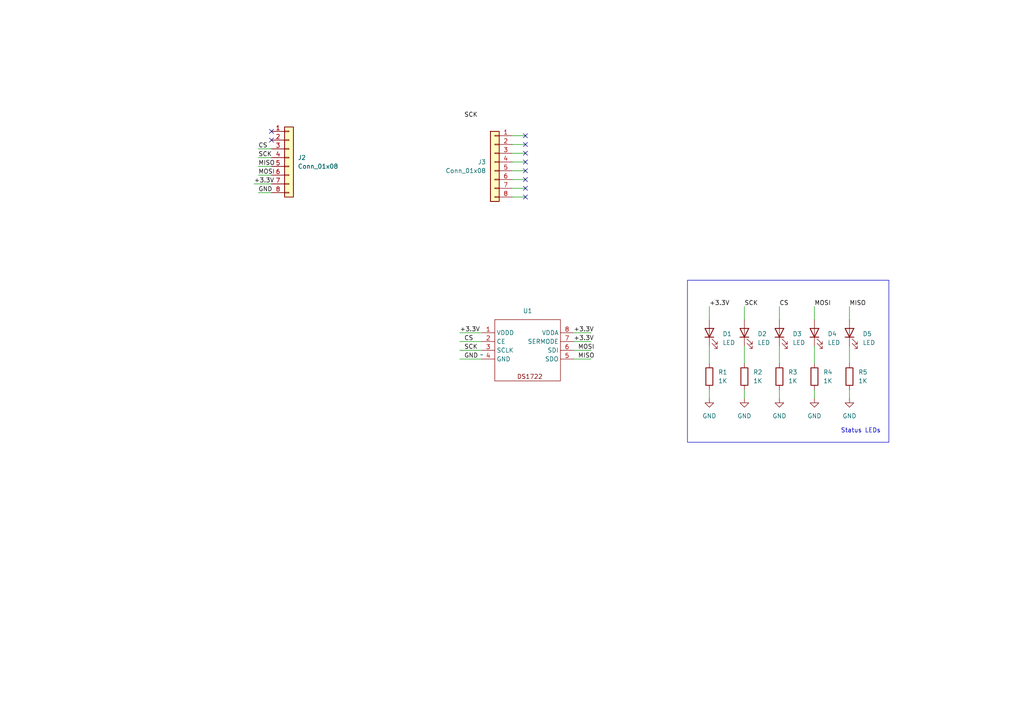
<source format=kicad_sch>
(kicad_sch (version 20230121) (generator eeschema)
  (paper "A4")
  (title_block (title "E155 PCB") (date "2024-10-01") (comment 1 "Author: Audrey Vo"))
  (lib_symbols
    (symbol "Connector:Conn_01x08_Pin" (pin_names (offset 1.016) hide)
      (property "Reference" "J" (at 10.16 20.32 0))
      (property "Value" "Conn_01x08_Pin" (at 20.32 -1.27 0))
    )
    (symbol "Connector_Generic:Conn_01x08" (pin_names (offset 1.016) hide)
      (property "Reference" "J" (at 0 10.16 0))
      (property "Value" "Conn_01x08" (at 0 -12.7 0))
      (symbol "Conn_01x08_1_1"
        (rectangle (start -1.27 -10.033) (end 0 -10.287) (stroke (width 0.1524)))
        (rectangle (start -1.27 -7.493) (end 0 -7.747) (stroke (width 0.1524)))
        (rectangle (start -1.27 -4.953) (end 0 -5.207) (stroke (width 0.1524)))
        (rectangle (start -1.27 -2.413) (end 0 -2.667) (stroke (width 0.1524)))
        (rectangle (start -1.27 0.127) (end 0 -0.127) (stroke (width 0.1524)))
        (rectangle (start -1.27 2.667) (end 0 2.413) (stroke (width 0.1524)))
        (rectangle (start -1.27 5.207) (end 0 4.953) (stroke (width 0.1524)))
        (rectangle (start -1.27 7.747) (end 0 7.493) (stroke (width 0.1524)))
        (rectangle (start -1.27 8.89) (end 1.27 -11.43) (stroke (width 0.254)) (fill (type background)))
        (pin passive line (at -5.08 7.62 0) (length 3.81) (name "Pin_1") (number "1"))
        (pin passive line (at -5.08 5.08 0) (length 3.81) (name "Pin_2") (number "2"))
        (pin passive line (at -5.08 2.54 0) (length 3.81) (name "Pin_3") (number "3"))
        (pin passive line (at -5.08 0 0) (length 3.81) (name "Pin_4") (number "4"))
        (pin passive line (at -5.08 -2.54 0) (length 3.81) (name "Pin_5") (number "5"))
        (pin passive line (at -5.08 -5.08 0) (length 3.81) (name "Pin_6") (number "6"))
        (pin passive line (at -5.08 -7.62 0) (length 3.81) (name "Pin_7") (number "7"))
        (pin passive line (at -5.08 -10.16 0) (length 3.81) (name "Pin_8") (number "8"))
      )
    )
    (symbol "Device:LED" (pin_numbers hide) (pin_names (offset 1.016) hide)
      (property "Reference" "D" (at 0 2.54 0))
      (property "Value" "LED" (at 0 -2.54 0))
      (symbol "LED_0_1"
        (polyline (pts (xy -1.27 -1.27) (xy -1.27 1.27)) (stroke (width 0.254)))
        (polyline (pts (xy -1.27 0) (xy 1.27 0)))
        (polyline (pts (xy 1.27 -1.27) (xy 1.27 1.27) (xy -1.27 0) (xy 1.27 -1.27)) (stroke (width 0.254)))
        (polyline (pts (xy -3.048 -0.762) (xy -4.572 -2.286) (xy -3.81 -2.286) (xy -4.572 -2.286) (xy -4.572 -1.524)))
        (polyline (pts (xy -1.778 -0.762) (xy -3.302 -2.286) (xy -2.54 -2.286) (xy -3.302 -2.286) (xy -3.302 -1.524)))
      )
      (symbol "LED_1_1"
        (pin passive line (at -3.81 0 0) (length 2.54) (name "K") (number "1"))
        (pin passive line (at 3.81 0 180) (length 2.54) (name "A") (number "2"))
      )
    )
    (symbol "Device:R" (pin_numbers hide) (pin_names (offset 0))
      (property "Reference" "R" (at 2.032 0 90))
      (property "Value" "R" (at 0 0 90))
      (symbol "R_0_1"
        (rectangle (start -1.016 -2.54) (end 1.016 2.54) (stroke (width 0.254)))
      )
      (symbol "R_1_1"
        (pin passive line (at 0 3.81 270) (length 1.27) (name "~") (number "1"))
        (pin passive line (at 0 -3.81 90) (length 1.27) (name "~") (number "2"))
      )
    )
    (symbol "firstpcb:DS1722"
      (property "Reference" "U1" (at 12.7 13.97 0))
      (symbol "DS1722_0_1"
        (rectangle (start 3.81 10.16) (end 22.86 -7.62))
      )
      (symbol "DS1722_1_1"
        (text "DS1722" (at 13.97 -6.35 0) (effects (font (size 1.27 1.27))))
        (pin passive line (at 0 6.35 0) (length 3.81) (name "VDDD") (number "1"))
        (pin passive line (at 0 3.81 0) (length 3.81) (name "CE") (number "2"))
        (pin passive line (at 0 1.27 0) (length 3.81) (name "SCLK") (number "3"))
        (pin passive line (at 0 -1.27 0) (length 3.81) (name "GND") (number "4"))
        (pin passive line (at 26.67 -1.27 180) (length 3.81) (name "SDO") (number "5"))
        (pin passive line (at 26.67 1.27 180) (length 3.81) (name "SDI") (number "6"))
        (pin passive line (at 26.67 3.81 180) (length 3.81) (name "SERMODE") (number "7"))
        (pin passive line (at 26.67 6.35 180) (length 3.81) (name "VDDA") (number "8"))
      )
    )
    (symbol "power:GND" (power) (pin_names (offset 0))
      (property "Value" "GND" (at 0 -3.81 0))
      (symbol "GND_0_1"
        (polyline (pts (xy 0 0) (xy 0 -1.27) (xy 1.27 -1.27) (xy 0 -2.54) (xy -1.27 -1.27) (xy 0 -1.27)))
      )
      (symbol "GND_1_1"
        (pin power_in line (at 0 0 270) (length 0) hide (name "GND") (number "1"))
      )
    )
  )
  (no_connect (at 78.74 38.1))
  (no_connect (at 152.4 52.07))
  (no_connect (at 152.4 49.53))
  (no_connect (at 152.4 39.37))
  (no_connect (at 152.4 54.61))
  (no_connect (at 152.4 44.45))
  (no_connect (at 78.74 40.64))
  (no_connect (at 152.4 41.91))
  (no_connect (at 152.4 46.99))
  (no_connect (at 152.4 57.15))
  (wire (pts (xy 215.9 113.03) (xy 215.9 115.57)))
  (wire (pts (xy 148.59 41.91) (xy 152.4 41.91)))
  (wire (pts (xy 148.59 39.37) (xy 152.4 39.37)))
  (wire (pts (xy 236.22 88.9) (xy 236.22 92.71)))
  (wire (pts (xy 73.66 53.34) (xy 78.74 53.34)))
  (wire (pts (xy 246.38 100.33) (xy 246.38 105.41)))
  (wire (pts (xy 148.59 52.07) (xy 152.4 52.07)))
  (wire (pts (xy 205.74 100.33) (xy 205.74 105.41)))
  (wire (pts (xy 148.59 49.53) (xy 152.4 49.53)))
  (wire (pts (xy 148.59 54.61) (xy 152.4 54.61)))
  (wire (pts (xy 133.35 104.14) (xy 139.7 104.14)))
  (wire (pts (xy 226.06 113.03) (xy 226.06 115.57)))
  (wire (pts (xy 133.35 101.6) (xy 139.7 101.6)))
  (wire (pts (xy 215.9 88.9) (xy 215.9 92.71)))
  (wire (pts (xy 133.35 96.52) (xy 139.7 96.52)))
  (wire (pts (xy 166.37 96.52) (xy 171.45 96.52)))
  (wire (pts (xy 74.93 45.72) (xy 78.74 45.72)))
  (wire (pts (xy 226.06 100.33) (xy 226.06 105.41)))
  (wire (pts (xy 205.74 88.9) (xy 205.74 92.71)))
  (wire (pts (xy 148.59 44.45) (xy 152.4 44.45)))
  (wire (pts (xy 148.59 57.15) (xy 152.4 57.15)))
  (wire (pts (xy 133.35 99.06) (xy 139.7 99.06)))
  (wire (pts (xy 205.74 113.03) (xy 205.74 115.57)))
  (wire (pts (xy 74.93 43.18) (xy 78.74 43.18)))
  (wire (pts (xy 246.38 88.9) (xy 246.38 92.71)))
  (wire (pts (xy 148.59 46.99) (xy 152.4 46.99)))
  (wire (pts (xy 236.22 100.33) (xy 236.22 105.41)))
  (wire (pts (xy 74.93 50.8) (xy 78.74 50.8)))
  (wire (pts (xy 166.37 99.06) (xy 171.45 99.06)))
  (wire (pts (xy 246.38 113.03) (xy 246.38 115.57)))
  (wire (pts (xy 74.93 55.88) (xy 78.74 55.88)))
  (wire (pts (xy 166.37 101.6) (xy 171.45 101.6)))
  (wire (pts (xy 236.22 113.03) (xy 236.22 115.57)))
  (wire (pts (xy 226.06 88.9) (xy 226.06 92.71)))
  (wire (pts (xy 74.93 48.26) (xy 78.74 48.26)))
  (wire (pts (xy 166.37 104.14) (xy 171.45 104.14)))
  (wire (pts (xy 215.9 100.33) (xy 215.9 105.41)))
  (rectangle (start 199.39 81.28) (end 257.81 128.27))
  (text "Status LEDs" (at 243.84 125.73 0) (effects (font (size 1.27 1.27)) (justify left bottom)))
  (label "+3.3V" (at 73.66 53.34 0))
  (label "SCK" (at 134.62 34.29 0))
  (label "CS" (at 226.06 88.9 0))
  (label "+3.3V" (at 133.35 96.52 0))
  (label "MISO" (at 167.64 104.14 0))
  (label "+3.3V" (at 166.37 99.06 0))
  (label "MISO" (at 246.38 88.9 0))
  (label "MOSI" (at 236.22 88.9 0))
  (label "MOSI" (at 74.93 50.8 0))
  (label "+3.3V" (at 166.37 96.52 0))
  (label "CS" (at 134.62 99.06 0))
  (label "CS" (at 74.93 43.18 0))
  (label "GND" (at 134.62 104.14 0))
  (label "SCK" (at 74.93 45.72 0))
  (label "MOSI" (at 167.64 101.6 0))
  (label "SCK" (at 134.62 101.6 0))
  (label "+3.3V" (at 205.74 88.9 0))
  (label "SCK" (at 215.9 88.9 0))
  (label "MISO" (at 74.93 48.26 0))
  (label "GND" (at 74.93 55.88 0))
  (symbol (lib_id "Connector_Generic:Conn_01x08") (at 83.82 45.72 0) (unit 1)
    (property "Reference" "J2" (at 86.36 45.72 0) (effects (justify left)))
    (property "Value" "Conn_01x08" (at 86.36 48.26 0) (effects (justify left)))
    (property "Footprint" "Connector_PinHeader_2.54mm:PinHeader_1x08_P2.54mm_Vertical" (effects hide))
  )
  (symbol (lib_id "Connector:Conn_01x08_Pin") (at 91.44 44.45 0) (unit 1)
    (property "Reference" "J1" (effects hide))
    (property "Value" "Conn_01x08_Pin" (effects hide))
  )
  (symbol (lib_id "Device:LED") (at 205.74 96.52 90) (unit 1)
    (property "Reference" "D1" (at 209.55 96.8375 90) (effects (justify right)))
    (property "Value" "LED" (at 209.55 99.3775 90) (effects (justify right)))
    (property "Footprint" "LED_SMD:LED_0805_2012Metric" (effects hide))
  )
  (symbol (lib_id "Device:LED") (at 236.22 96.52 90) (unit 1)
    (property "Reference" "D4" (at 240.03 96.8375 90) (effects (justify right)))
    (property "Value" "LED" (at 240.03 99.3775 90) (effects (justify right)))
    (property "Footprint" "LED_SMD:LED_0805_2012Metric" (effects hide))
  )
  (symbol (lib_id "Device:LED") (at 226.06 96.52 90) (unit 1)
    (property "Reference" "D3" (at 229.87 96.8375 90) (effects (justify right)))
    (property "Value" "LED" (at 229.87 99.3775 90) (effects (justify right)))
    (property "Footprint" "LED_SMD:LED_0805_2012Metric" (effects hide))
  )
  (symbol (lib_id "Device:LED") (at 246.38 96.52 90) (unit 1)
    (property "Reference" "D5" (at 250.19 96.8375 90) (effects (justify right)))
    (property "Value" "LED" (at 250.19 99.3775 90) (effects (justify right)))
    (property "Footprint" "LED_SMD:LED_0805_2012Metric" (effects hide))
  )
  (symbol (lib_id "power:GND") (at 226.06 115.57 0) (unit 1)
    (property "Reference" "#PWR03" (effects hide))
    (property "Value" "GND" (at 226.06 120.65 0))
  )
  (symbol (lib_id "power:GND") (at 236.22 115.57 0) (unit 1)
    (property "Reference" "#PWR04" (effects hide))
    (property "Value" "GND" (at 236.22 120.65 0))
  )
  (symbol (lib_id "firstpcb:DS1722") (at 139.7 102.87 0) (unit 1)
    (property "Reference" "U1" (at 153.035 90.17 0))
    (property "Value" "~" (at 139.7 102.87 0))
    (property "Footprint" "Package_SO:SOIC-8_3.9x4.9mm_P1.27mm" (effects hide))
  )
  (symbol (lib_id "Device:R") (at 226.06 109.22 0) (unit 1)
    (property "Reference" "R3" (at 228.6 107.95 0) (effects (justify left)))
    (property "Value" "1K" (at 228.6 110.49 0) (effects (justify left)))
    (property "Footprint" "Resistor_SMD:R_0805_2012Metric" (effects hide))
  )
  (symbol (lib_id "Device:R") (at 236.22 109.22 0) (unit 1)
    (property "Reference" "R4" (at 238.76 107.95 0) (effects (justify left)))
    (property "Value" "1K" (at 238.76 110.49 0) (effects (justify left)))
    (property "Footprint" "Resistor_SMD:R_0805_2012Metric" (effects hide))
  )
  (symbol (lib_id "Device:R") (at 205.74 109.22 0) (unit 1)
    (property "Reference" "R1" (at 208.28 107.95 0) (effects (justify left)))
    (property "Value" "1K" (at 208.28 110.49 0) (effects (justify left)))
    (property "Footprint" "Resistor_SMD:R_0805_2012Metric" (effects hide))
  )
  (symbol (lib_id "Connector_Generic:Conn_01x08") (at 143.51 46.99 0) (mirror y) (unit 1)
    (property "Reference" "J3" (at 140.97 46.99 0) (effects (justify left)))
    (property "Value" "Conn_01x08" (at 140.97 49.53 0) (effects (justify left)))
    (property "Footprint" "Connector_PinHeader_2.54mm:PinHeader_1x08_P2.54mm_Vertical" (effects hide))
  )
  (symbol (lib_id "power:GND") (at 215.9 115.57 0) (unit 1)
    (property "Reference" "#PWR02" (effects hide))
    (property "Value" "GND" (at 215.9 120.65 0))
  )
  (symbol (lib_id "Device:LED") (at 215.9 96.52 90) (unit 1)
    (property "Reference" "D2" (at 219.71 96.8375 90) (effects (justify right)))
    (property "Value" "LED" (at 219.71 99.3775 90) (effects (justify right)))
    (property "Footprint" "LED_SMD:LED_0805_2012Metric" (effects hide))
  )
  (symbol (lib_id "power:GND") (at 246.38 115.57 0) (unit 1)
    (property "Reference" "#PWR05" (effects hide))
    (property "Value" "GND" (at 246.38 120.65 0))
  )
  (symbol (lib_id "Device:R") (at 246.38 109.22 0) (unit 1)
    (property "Reference" "R5" (at 248.92 107.95 0) (effects (justify left)))
    (property "Value" "1K" (at 248.92 110.49 0) (effects (justify left)))
    (property "Footprint" "Resistor_SMD:R_0805_2012Metric" (effects hide))
  )
  (symbol (lib_id "Device:R") (at 215.9 109.22 0) (unit 1)
    (property "Reference" "R2" (at 218.44 107.95 0) (effects (justify left)))
    (property "Value" "1K" (at 218.44 110.49 0) (effects (justify left)))
    (property "Footprint" "Resistor_SMD:R_0805_2012Metric" (effects hide))
  )
  (symbol (lib_id "power:GND") (at 205.74 115.57 0) (unit 1)
    (property "Reference" "#PWR01" (effects hide))
    (property "Value" "GND" (at 205.74 120.65 0))
  )
)
</source>
